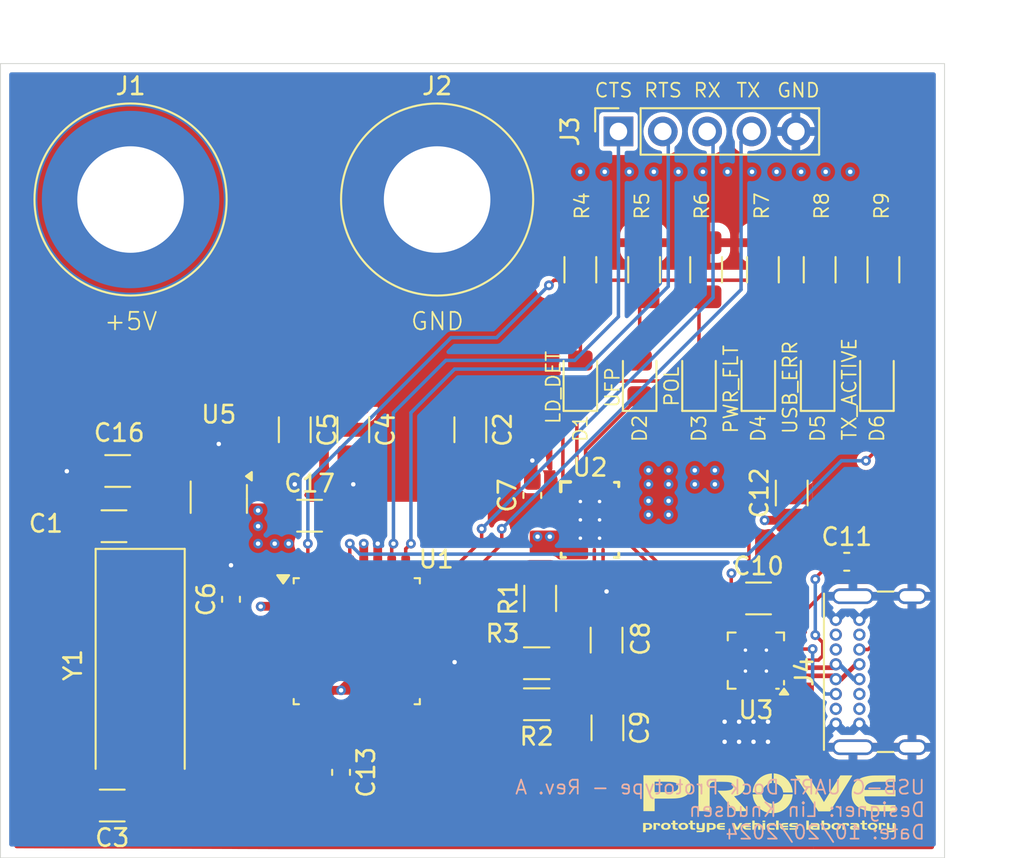
<source format=kicad_pcb>
(kicad_pcb (version 20240108) (generator "pcbnew") (generator_version "8.0")
  (layers (0 "F.Cu" signal) (1 "In1.Cu" signal) (2 "In2.Cu" signal) (31 "B.Cu" signal) (34 "B.Paste" user) (35 "F.Paste" user) (36 "B.SilkS" user "B.Silkscreen") (37 "F.SilkS" user "F.Silkscreen") (38 "B.Mask" user) (39 "F.Mask" user) (44 "Edge.Cuts" user))
  (net 0 "")
  (net 1 "GND")
  (net 2 "+5V")
  (net 3 "+1.8 V")
  (net 4 "/USB_D-")
  (net 5 "/USB_D+")
  (net 6 "+3.3V")
  (net 7 "Net-(U3-VBIAS)")
  (net 8 "Net-(D1-A)")
  (net 9 "/nLD_DET")
  (net 10 "/nUFP")
  (net 11 "Net-(D2-A)")
  (net 12 "Net-(D3-A)")
  (net 13 "/nPOL")
  (net 14 "Net-(D4-A)")
  (net 15 "/nPWR_FLT")
  (net 16 "Net-(D5-A)")
  (net 17 "/nUSB_ERROR")
  (net 18 "Net-(D6-A)")
  (net 19 "/TX_ACTIVE")
  (net 20 "/UART_TX")
  (net 21 "/RTS")
  (net 22 "/CTS")
  (net 23 "/UART_RX")
  (net 24 "/CONN_USB_CC1")
  (net 25 "/CONN_USB_D-")
  (net 26 "/CONN_USB_D+")
  (net 29 "/CONN_USB_CC2")
  (net 30 "Net-(U2-REF_RTN)")
  (net 31 "Net-(U2-REF)")
  (net 32 "/FT_USB_D+")
  (net 33 "/FT_USB_D-")
  (net 41 "/USB_CC2")
  (net 42 "/USB_CC1")
  (net 45 "/XTIN")
  (net 46 "/XTOUT")
  (net 47 "+VUSB")
  (footprint "Resistor_SMD:R_1206_3216Metric_Pad1.30x1.75mm_HandSolder" (layer "F.Cu") (at 161.9 71.31 -90)
    (property "Reference" "R8")
    (property "Value" "2.2k")
  )
  (footprint "Package_TO_SOT_SMD:SOT-23-5_HandSoldering" (layer "F.Cu") (at 127.5 84.3375 -90)
    (property "Reference" "U5")
    (property "Value" "LP5907MFX-3.3/NOPB")
  )
  (footprint "Capacitor_SMD:C_1206_3216Metric_Pad1.33x1.80mm_HandSolder" (layer "F.Cu") (at 158.4 90.1375)
    (property "Reference" "C10")
    (property "Value" "1u")
  )
  (footprint "Capacitor_SMD:C_1206_3216Metric_Pad1.33x1.80mm_HandSolder" (layer "F.Cu") (at 149.7 92.525 90)
    (property "Reference" "C8")
    (property "Value" "47p")
  )
  (footprint "Capacitor_SMD:C_1206_3216Metric_Pad1.33x1.80mm_HandSolder" (layer "F.Cu") (at 135.2 80.475 -90)
    (property "Reference" "C4")
    (property "Value" "47u")
  )
  (footprint "Connector:Banana_Jack_1Pin" (layer "F.Cu") (at 122.45 67.2875)
    (property "Reference" "J1")
    (property "Value" "Conn_01x01")
  )
  (footprint "Connector_USB:USB_C_Receptacle_GCT_USB4085" (layer "F.Cu") (at 162.825 97.3125 90)
    (property "Reference" "J4")
    (property "Value" "USB4085-GF-A")
  )
  (footprint "Capacitor_SMD:C_1206_3216Metric_Pad1.33x1.80mm_HandSolder" (layer "F.Cu") (at 121.5 86 180)
    (property "Reference" "C1")
    (property "Value" "47p")
  )
  (footprint "LED_SMD:LED_0805_2012Metric_Pad1.15x1.40mm_HandSolder" (layer "F.Cu") (at 158.388 77.535 90)
    (property "Reference" "D4")
    (property "Value" "LED_RED")
  )
  (footprint "Capacitor_SMD:C_1206_3216Metric_Pad1.33x1.80mm_HandSolder" (layer "F.Cu") (at 149.75 97.55 -90)
    (property "Reference" "C9")
    (property "Value" "47p")
  )
  (footprint "Resistor_SMD:R_1206_3216Metric_Pad1.30x1.75mm_HandSolder" (layer "F.Cu") (at 158.65 71.31 -90)
    (property "Reference" "R7")
    (property "Value" "2.2k")
  )
  (footprint "Resistor_SMD:R_1206_3216Metric_Pad1.30x1.75mm_HandSolder" (layer "F.Cu") (at 151.85 71.31 -90)
    (property "Reference" "R5")
    (property "Value" "2.2k")
  )
  (footprint "Connector:Banana_Jack_1Pin" (layer "F.Cu") (at 140 67.2875)
    (property "Reference" "J2")
    (property "Value" "Conn_01x01")
  )
  (footprint "Resistor_SMD:R_1206_3216Metric_Pad1.30x1.75mm_HandSolder" (layer "F.Cu") (at 148.2 71.31 -90)
    (property "Reference" "R4")
    (property "Value" "2.2k")
  )
  (footprint "Resistor_SMD:R_1206_3216Metric_Pad1.30x1.75mm_HandSolder" (layer "F.Cu") (at 155.4 71.31 -90)
    (property "Reference" "R6")
    (property "Value" "2.2k")
  )
  (footprint "LED_SMD:LED_0805_2012Metric_Pad1.15x1.40mm_HandSolder" (layer "F.Cu") (at 148.2 77.535 90)
    (property "Reference" "D1")
    (property "Value" "LED_GREEN")
  )
  (footprint "LED_SMD:LED_0805_2012Metric_Pad1.15x1.40mm_HandSolder" (layer "F.Cu") (at 161.784 77.535 90)
    (property "Reference" "D5")
    (property "Value" "LED_RED")
  )
  (footprint "Capacitor_SMD:C_1206_3216Metric_Pad1.33x1.80mm_HandSolder" (layer "F.Cu") (at 160.3 84.1 90)
    (property "Reference" "C12")
    (property "Value" "10u")
  )
  (footprint "Capacitor_SMD:C_1206_3216Metric_Pad1.33x1.80mm_HandSolder" (layer "F.Cu") (at 121.7125 82.8375 180)
    (property "Reference" "C16")
    (property "Value" "1u")
  )
  (footprint "LED_SMD:LED_0805_2012Metric_Pad1.15x1.40mm_HandSolder" (layer "F.Cu") (at 151.596 77.535 90)
    (property "Reference" "D2")
    (property "Value" "LED_GREEN")
  )
  (footprint "Capacitor_SMD:C_0603_1608Metric_Pad1.08x0.95mm_HandSolder" (layer "F.Cu") (at 134.5 100.1 -90)
    (property "Reference" "C13")
    (property "Value" "0.1u")
  )
  (footprint "Capacitor_SMD:C_1206_3216Metric_Pad1.33x1.80mm_HandSolder" (layer "F.Cu") (at 132.7 85.4)
    (property "Reference" "C17")
    (property "Value" "1u")
  )
  (footprint "Resistor_SMD:R_1206_3216Metric_Pad1.30x1.75mm_HandSolder" (layer "F.Cu") (at 165.55 71.31 -90)
    (property "Reference" "R9")
    (property "Value" "2.2k")
  )
  (footprint "LED_SMD:LED_0805_2012Metric_Pad1.15x1.40mm_HandSolder" (layer "F.Cu") (at 154.992 77.535 90)
    (property "Reference" "D3")
    (property "Value" "LED_GREEN")
  )
  (footprint "Capacitor_SMD:C_1206_3216Metric_Pad1.33x1.80mm_HandSolder" (layer "F.Cu") (at 131.85 80.475 -90)
    (property "Reference" "C5")
    (property "Value" "47u")
  )
  (footprint "Resistor_SMD:R_1206_3216Metric_Pad1.30x1.75mm_HandSolder" (layer "F.Cu") (at 145.7 93.85)
    (property "Reference" "R3")
    (property "Value" "16")
  )
  (footprint "Package_QFP:LQFP-32_7x7mm_P0.8mm" (layer "F.Cu") (at 135.4 92.5875)
    (property "Reference" "U1")
    (property "Value" "FT312D")
  )
  (footprint "Capacitor_SMD:C_0603_1608Metric_Pad1.08x0.95mm_HandSolder" (layer "F.Cu") (at 145.45 84.2375 90)
    (property "Reference" "C7")
    (property "Value" "0.1u")
  )
  (footprint "Capacitor_SMD:C_1206_3216Metric_Pad1.33x1.80mm_HandSolder" (layer "F.Cu") (at 121.4 102 180)
    (property "Reference" "C3")
    (property "Value" "47p")
  )
  (footprint "Resistor_SMD:R_1206_3216Metric_Pad1.30x1.75mm_HandSolder" (layer "F.Cu") (at 145.7 96.2)
    (property "Reference" "R2")
    (property "Value" "16")
  )
  (footprint "Package_DFN_QFN:WQFN-20-1EP_3x3mm_P0.4mm_EP1.7x1.7mm_ThermalVias" (layer "F.Cu") (at 158.25 93.7 180)
    (property "Reference" "U3")
    (property "Value" "TPD6S300A")
  )
  (footprint "Crystal:Crystal_SMD_HC49-SD" (layer "F.Cu") (at 123 94 -90)
    (property "Reference" "Y1")
    (property "Value" "12 MHz")
  )
  (footprint "Connector_PinSocket_2.54mm:PinSocket_1x05_P2.54mm_Vertical" (layer "F.Cu") (at 150.38 63.3875 90)
    (property "Reference" "J3")
    (property "Value" "Conn_01x05_Socket")
  )
  (footprint "Capacitor_SMD:C_0603_1608Metric_Pad1.08x0.95mm_HandSolder" (layer "F.Cu") (at 163.45 88.0375)
    (property "Reference" "C11")
    (property "Value" "0.1u")
  )
  (footprint "LED_SMD:LED_0805_2012Metric_Pad1.15x1.40mm_HandSolder" (layer "F.Cu") (at 165.18 77.535 90)
    (property "Reference" "D6")
    (property "Value" "LED_GREEN")
  )
  (footprint "PROVE:PROVE-logo" (layer "F.Cu") (at 159 102)
    (property "Reference" "G***" (hide yes))
    (property "Value" "LOGO" (hide yes))
  )
  (footprint "Capacitor_SMD:C_1206_3216Metric_Pad1.33x1.80mm_HandSolder" (layer "F.Cu") (at 141.9 80.475 -90)
    (property "Reference" "C2")
    (property "Value" "47u")
  )
  (footprint "Resistor_SMD:R_1206_3216Metric_Pad1.30x1.75mm_HandSolder" (layer "F.Cu") (at 145.9 90.1375 90)
    (property "Reference" "R1")
    (property "Value" "100k")
  )
  (footprint "Capacitor_SMD:C_0603_1608Metric_Pad1.08x0.95mm_HandSolder" (layer "F.Cu") (at 128.2 90.1875 90)
    (property "Reference" "C6")
    (property "Value" "0.1u")
  )
  (footprint "PROVE:WQFN-20-3x4mm" (layer "F.Cu") (at 148.749999 85.637501)
    (property "Reference" "U2")
    (property "Value" "TPS25810")
  )
  (gr_rect (start 115 59.5) (end 169.05 105) (stroke (width 0.05)) (fill none) (layer "Edge.Cuts"))
  (gr_text "USB-C UART Dock Prototype - Rev. A\nDesigner: Lin Knudsen\nDate: 10/20/2024" (at 168 104 -0) (layer "B.SilkS") (effects (font (size 0.8 0.8) (thickness 0.1)) (justify left bottom mirror)))
  (gr_text "TX" (at 157.067262 61.5 0) (layer "F.SilkS") (effects (font (size 0.8 0.8) (thickness 0.1)) (justify left bottom)))
  (gr_text "CTS" (at 148.95 61.5 0) (layer "F.SilkS") (effects (font (size 0.8 0.8) (thickness 0.1)) (justify left bottom)))
  (gr_text "LD_DET" (at 146.65 78.05 90) (layer "F.SilkS") (effects (font (size 0.8 0.8) (thickness 0.1))))
  (gr_text "USB_ERR" (at 160.21 78.05 90) (layer "F.SilkS") (effects (font (size 0.8 0.8) (thickness 0.1))))
  (gr_text "+5V" (at 120.876191 74.85 0) (layer "F.SilkS") (effects (font (size 1 1) (thickness 0.1)) (justify left bottom)))
  (gr_text "RTS" (at 151.782738 61.5 0) (layer "F.SilkS") (effects (font (size 0.8 0.8) (thickness 0.1)) (justify left bottom)))
  (gr_text "UFP" (at 150.04 78.05 90) (layer "F.SilkS") (effects (font (size 0.8 0.8) (thickness 0.1))))
  (gr_text "POL" (at 153.43 78 90) (layer "F.SilkS") (effects (font (size 0.8 0.8) (thickness 0.1))))
  (gr_text "TX_ACTIVE" (at 163.6 78.15 90) (layer "F.SilkS") (effects (font (size 0.8 0.8) (thickness 0.1))))
  (gr_text "GND" (at 138.426191 74.85 0) (layer "F.SilkS") (effects (font (size 1 1) (thickness 0.1)) (justify left bottom)))
  (gr_text "PWR_FLT" (at 156.82 78.15 90) (layer "F.SilkS") (effects (font (size 0.8 0.8) (thickness 0.1))))
  (gr_text "RX" (at 154.615476 61.5 0) (layer "F.SilkS") (effects (font (size 0.8 0.8) (thickness 0.1)) (justify left bottom)))
  (gr_text "GND" (at 159.4 61.5 0) (layer "F.SilkS") (effects (font (size 0.8 0.8) (thickness 0.1)) (justify left bottom)))
  (segment (start 156.7875 93.7) (end 158.25 93.7) (width 0.2) (layer "F.Cu") (net 1))
  (segment (start 139.575 93.7875) (end 141 93.7875) (width 0.5) (layer "F.Cu") (net 1))
  (segment (start 120.15 82.8375) (end 118.8125 82.8375) (width 0.5) (layer "F.Cu") (net 1))
  (segment (start 131.85 82.0375) (end 131.85 83.6) (width 0.5) (layer "F.Cu") (net 1))
  (segment (start 145.45 83.375) (end 145.45 82.2375) (width 0.6) (layer "F.Cu") (net 1))
  (segment (start 127.5 82.9875) (end 127.5 81.2875) (width 0.6) (layer "F.Cu") (net 1))
  (segment (start 145.25 82.0375) (end 145.45 82.2375) (width 0.5) (layer "F.Cu") (net 1))
  (segment (start 135.2 82.0375) (end 135.2 83.6) (width 0.5) (layer "F.Cu") (net 1))
  (segment (start 118.8125 82.8375) (end 118.8 82.85) (width 0.5) (layer "F.Cu") (net 1))
  (segment (start 134.2625 85.4) (end 134.2625 84.5375) (width 0.5) (layer "F.Cu") (net 1))
  (segment (start 141.9 82.0375) (end 145.25 82.0375) (width 0.5) (layer "F.Cu") (net 1))
  (segment (start 128.2 89.325) (end 128.2 88.2375) (width 0.5) (layer "F.Cu") (net 1))
  (segment (start 136.6 88.4125) (end 136.6 87) (width 0.5) (layer "F.Cu") (net 1))
  (segment (start 131.225 89.7875) (end 128.6625 89.7875) (width 0.5) (layer "F.Cu") (net 1))
  (segment (start 128.6625 89.7875) (end 128.2 89.325) (width 0.5) (layer "F.Cu") (net 1))
  (segment (start 149.7 90.9625) (end 149.7 89.7375) (width 0.6) (layer "F.Cu") (net 1))
  (segment (start 134.2625 84.5375) (end 135.2 83.6) (width 0.5) (layer "F.Cu") (net 1))
  (segment (start 149.777816 86.387502) (end 149.552815 86.162501) (width 0.2) (layer "F.Cu") (net 1))
  (segment (start 150.149999 86.387502) (end 149.777816 86.387502) (width 0.2) (layer "F.Cu") (net 1))
  (via (at 158.113632 98.35) (size 0.5588) (drill 0.254) (layers "F.Cu" "B.Cu") (net 1))
  (via (at 118.8 82.85) (size 0.5588) (drill 0.254) (layers "F.Cu" "B.Cu") (net 1))
  (via (at 158.940905 97.2) (size 0.5588) (drill 0.254) (layers "F.Cu" "B.Cu") (net 1))
  (via (at 156.45909 97.2) (size 0.5588) (drill 0.254) (layers "F.Cu" "B.Cu") (net 1))
  (via (at 135.2 83.6) (size 0.5588) (drill 0.254) (layers "F.Cu" "B.Cu") (net 1))
  (via (at 156.45909 98.35) (size 0.5588) (drill 0.254) (layers "F.Cu" "B.Cu") (net 1))
  (via (at 158.113632 97.2) (size 0.5588) (drill 0.254) (layers "F.Cu" "B.Cu") (net 1))
  (via (at 141 93.7875) (size 0.5588) (drill 0.254) (layers "F.Cu" "B.Cu") (net 1))
  (via (at 128.2 88.2375) (size 0.5588) (drill 0.254) (layers "F.Cu" "B.Cu") (net 1))
  (via (at 149.7 89.7375) (size 0.5588) (drill 0.254) (layers "F.Cu" "B.Cu") (net 1))
  (via (at 157.286361 98.35) (size 0.5588) (drill 0.254) (layers "F.Cu" "B.Cu") (net 1))
  (via (at 127.5 81.2875) (size 0.5588) (drill 0.254) (layers "F.Cu" "B.Cu") (net 1))
  (via (at 131.85 83.6) (size 0.5588) (drill 0.254) (layers "F.Cu" "B.Cu") (net 1))
  (via (at 157.286361 97.2) (size 0.5588) (drill 0.254) (layers "F.Cu" "B.Cu") (net 1))
  (via (at 145.45 82.2375) (size 0.5588) (drill 0.254) (layers "F.Cu" "B.Cu") (net 1))
  (via (at 158.940905 98.35) (size 0.5588) (drill 0.254) (layers "F.Cu" "B.Cu") (net 1))
  (via (at 136.6 87) (size 0.5588) (drill 0.254) (layers "F.Cu" "B.Cu") (net 1))
  (segment (start 132.425 94.154138) (end 132.425 91.8125) (width 0.5) (layer "F.Cu") (net 3))
  (segment (start 131.225 94.5875) (end 131.991638 94.5875) (width 0.5) (layer "F.Cu") (net 3))
  (segment (start 132.425 91.8125) (end 132 91.3875) (width 0.5) (layer "F.Cu") (net 3))
  (segment (start 128.5375 91.3875) (end 128.2 91.05) (width 0.5) (layer "F.Cu") (net 3))
  (segment (start 131.225 91.3875) (end 128.5375 91.3875) (width 0.5) (layer "F.Cu") (net 3))
  (segment (start 132 91.3875) (end 131.225 91.3875) (width 0.5) (layer "F.Cu") (net 3))
  (segment (start 131.991638 94.5875) (end 132.425 94.154138) (width 0.5) (layer "F.Cu") (net 3))
  (segment (start 150.46545 94.85295) (end 154.8882 94.85295) (width 0.2667) (layer "F.Cu") (net 4))
  (segment (start 147.25 93.85) (end 149.4625 93.85) (width 0.2667) (layer "F.Cu") (net 4))
  (segment (start 154.8882 94.85295) (end 155.451825 94.289325) (width 0.2667) (layer "F.Cu") (net 4))
  (segment (start 149.7 94.0875) (end 150.46545 94.85295) (width 0.2667) (layer "F.Cu") (net 4))
  (segment (start 156.7875 94.1) (end 155.64115 94.1) (width 0.2) (layer "F.Cu") (net 4))
  (segment (start 155.64115 94.1) (end 155.451825 94.289325) (width 0.2) (layer "F.Cu") (net 4))
  (segment (start 149.4625 93.85) (end 149.7 94.0875) (width 0.2667) (layer "F.Cu") (net 4))
  (segment (start 155.83385 94.5) (end 155.748175 94.585675) (width 0.2) (layer "F.Cu") (net 5))
  (segment (start 149.5375 96.2) (end 149.75 95.9875) (width 0.2667) (layer "F.Cu") (net 5))
  (segment (start 156.7875 94.5) (end 155.83385 94.5) (width 0.2) (layer "F.Cu") (net 5))
  (segment (start 155.0618 95.27205) (end 155.748175 94.585675) (width 0.2667) (layer "F.Cu") (net 5))
  (segment (start 149.75 95.9875) (end 150.46545 95.27205) (width 0.2667) (layer "F.Cu") (net 5))
  (segment (start 150.46545 95.27205) (end 155.0618 95.27205) (width 0.2667) (layer "F.Cu") (net 5))
  (segment (start 147.25 96.2) (end 149.5375 96.2) (width 0.2667) (layer "F.Cu") (net 5))
  (segment (start 157.45 90.75) (end 156.8375 90.1375) (width 0.2) (layer "F.Cu") (net 6))
  (segment (start 138.5125 91.3875) (end 139.575 91.3875) (width 0.5) (layer "F.Cu") (net 6))
  (segment (start 135.8 97.9375) (end 134.5 99.2375) (width 0.5) (layer "F.Cu") (net 6))
  (segment (start 135.8 95.995862) (end 135.8 96.7625) (width 0.5) (layer "F.Cu") (net 6))
  (segment (start 156.8375 90.1375) (end 156.8375 88.7125) (width 0.2) (layer "F.Cu") (net 6))
  (segment (start 135.8 96.7625) (end 135.8 97.9375) (width 0.5) (layer "F.Cu") (net 6))
  (segment (start 129.9125 90.5875) (end 129.9 90.6) (width 0.5) (layer "F.Cu") (net 6))
  (segment (start 132.6 97.95) (end 132.6 96.7625) (width 0.5) (layer "F.Cu") (net 6))
  (segment (start 133.4 96.7625) (end 133.4 95.995862) (width 0.5) (layer "F.Cu") (net 6))
  (segment (start 135.8 88.4125) (end 135.8 87) (width 0.5) (layer "F.Cu") (net 6))
  (segment (start 156.8375 88.7125) (end 156.85 88.7) (width 0.2) (layer "F.Cu") (net 6))
  (segment (start 133.4 98.1375) (end 132.7875 98.1375) (width 0.5) (layer "F.Cu") (net 6))
  (segment (start 135.204138 95.4) (end 135.8 95.995862) (width 0.5) (layer "F.Cu") (net 6))
  (segment (start 131.225 90.5875) (end 129.9125 90.5875) (width 0.5) (layer "F.Cu") (net 6))
  (segment (start 133.4 96.7625) (end 133.4 98.1375) (width 0.5) (layer "F.Cu") (net 6))
  (segment (start 157.45 92.2375) (end 157.45 90.75) (width 0.2) (layer "F.Cu") (net 6))
  (segment (start 133.995862 95.4) (end 134.5 95.4) (width 0.5) (layer "F.Cu") (net 6))
  (segment (start 133.4 95.995862) (end 133.995862 95.4) (width 0.5) (layer "F.Cu") (net 6))
  (segment (start 134.5 95.4) (end 135.204138 95.4) (width 0.5) (layer "F.Cu") (net 6))
  (segment (start 134.5 95.4) (end 138.5125 91.3875) (width 0.5) (layer "F.Cu") (net 6))
  (segment (start 133.4 98.1375) (end 134.5 99.2375) (width 0.5) (layer "F.Cu") (net 6))
  (segment (start 132.7875 98.1375) (end 132.6 97.95) (width 0.5) (layer "F.Cu") (net 6))
  (via (at 160.839086 65.7) (size 0.5588) (drill 0.254) (layers "F.Cu" "B.Cu") (net 6))
  (via (at 158.028178 65.7) (size 0.5588) (drill 0.254) (layers "F.Cu" "B.Cu") (net 6))
  (via (at 156.85 88.7) (size 0.5588) (drill 0.254) (layers "F.Cu" "B.Cu") (net 6))
  (via (at 129.75 85.1) (size 0.5588) (drill 0.254) (layers "F.Cu" "B.Cu") (net 6))
  (via (at 155.21727 65.7) (size 0.5588) (drill 0.254) (layers "F.Cu" "B.Cu") (net 6))
  (via (at 129.75 87) (size 0.5588) (drill 0.254) (layers "F.Cu" "B.Cu") (net 6))
  (via (at 130.7 87) (size 0.5588) (drill 0.254) (layers "F.Cu" "B.Cu") (net 6))
  (via (at 135.8 87) (size 0.5588) (drill 0.254) (layers "F.Cu" "B.Cu") (net 6))
  (via (at 162.24454 65.7) (size 0.5588) (drill 0.254) (layers "F.Cu" "B.Cu") (net 6))
  (via (at 131.5 87) (size 0.5588) (drill 0.254) (layers "F.Cu" "B.Cu") (net 6))
  (via (at 151.000908 65.7) (size 0.5588) (drill 0.254) (layers "F.Cu" "B.Cu") (net 6))
  (via (at 146.45 86.6) (size 0.5588) (drill 0.254) (layers "F.Cu" "B.Cu") (net 6))
  (via (at 159.433632 65.7) (size 0.5588) (drill 0.254) (layers "F.Cu" "B.Cu") (net 6))
  (via (at 145.75 86.6) (size 0.5588) (drill 0.254) (layers "F.Cu" "B.Cu") (net 6))
  (via (at 148.19 65.7) (size 0.5588) (drill 0.254) (layers "F.Cu" "B.Cu") (net 6))
  (via (at 149.595454 65.7) (size 0.5588) (drill 0.254) (layers "F.Cu" "B.Cu") (net 6))
  (via (at 156.622724 65.7) (size 0.5588) (drill 0.254) (layers "F.Cu" "B.Cu") (net 6))
  (via (at 129.75 86) (size 0.5588) (drill 0.254) (layers "F.Cu" "B.Cu") (net 6))
  (via (at 134.5 95.4) (size 0.5588) (drill 0.254) (layers "F.Cu" "B.Cu") (net 6))
  (via (at 152.406362 65.7) (size 0.5588) (drill 0.254) (layers "F.Cu" "B.Cu") (net 6))
  (via (at 163.65 65.7) (size 0.5588) (drill 0.254) (layers "F.Cu" "B.Cu") (net 6))
  (via (at 153.811816 65.7) (size 0.5588) (drill 0.254) (layers "F.Cu" "B.Cu") (net 6))
  (via (at 129.9 90.6) (size 0.5588) (drill 0.254) (layers "F.Cu" "B.Cu") (net 6))
  (segment (start 161.65 88.975) (end 162.5875 88.0375) (width 0.2) (layer "F.Cu") (net 7))
  (segment (start 161.668534 92.256034) (end 161.65 92.2375) (width 0.2) (layer "F.Cu") (net 7))
  (segment (start 160.7413 93.7) (end 160.7705 93.6708) (width 0.2) (layer "F.Cu") (net 7))
  (segment (start 161.687288 92.256034) (end 161.668534 92.256034) (width 0.2) (layer "F.Cu") (net 7))
  (segment (start 161.8292 93.6708) (end 162.0754 93.4246) (width 0.2) (layer "F.Cu") (net 7))
  (segment (start 162.0754 93.4246) (end 162.0754 92.6629) (width 0.2) (layer "F.Cu") (net 7))
  (segment (start 160.7705 93.6708) (end 161.8292 93.6708) (width 0.2) (layer "F.Cu") (net 7))
  (segment (start 159.7125 93.7) (end 160.7413 93.7) (width 0.2) (layer "F.Cu") (net 7))
  (segment (start 162.0754 92.6629) (end 161.65 92.2375) (width 0.2) (layer "F.Cu") (net 7))
  (segment (start 161.65 89.0375) (end 161.65 88.975) (width 0.2) (layer "F.Cu") (net 7))
  (via (at 161.65 89.0375) (size 0.5588) (drill 0.254) (layers "F.Cu" "B.Cu") (net 7))
  (via (at 161.65 92.2375) (size 0.5588) (drill 0.254) (layers "F.Cu" "B.Cu") (net 7))
  (segment (start 161.65 92.2375) (end 161.65 89.0375) (width 0.2) (layer "B.Cu") (net 7))
  (segment (start 148.2 76.51) (end 148.2 72.86) (width 0.2) (layer "F.Cu") (net 8))
  (segment (start 147.999998 83.737502) (end 147.999998 78.760002) (width 0.2) (layer "F.Cu") (net 9))
  (segment (start 147.999998 78.760002) (end 148.2 78.56) (width 0.2) (layer "F.Cu") (net 9))
  (segment (start 148.499999 81.656001) (end 151.596 78.56) (width 0.2) (layer "F.Cu") (net 10))
  (segment (start 148.499999 83.737502) (end 148.499999 81.656001) (width 0.2) (layer "F.Cu") (net 10))
  (segment (start 151.596 76.51) (end 151.596 73.114) (width 0.2) (layer "F.Cu") (net 11))
  (segment (start 151.596 73.114) (end 151.85 72.86) (width 0.2) (layer "F.Cu") (net 11))
  (segment (start 154.992 76.51) (end 154.992 73.268) (width 0.2) (layer "F.Cu") (net 12))
  (segment (start 155.4 76.5) (end 155.41 76.51) (width 0.2) (layer "F.Cu") (net 12))
  (segment (start 154.992 73.268) (end 155.4 72.86) (width 0.2) (layer "F.Cu") (net 12))
  (segment (start 153.677501 78.56) (end 154.992 78.56) (width 0.2) (layer "F.Cu") (net 13))
  (segment (start 148.999999 83.737502) (end 148.999999 83.237502) (width 0.2) (layer "F.Cu") (net 13))
  (segment (start 148.999999 83.237502) (end 153.677501 78.56) (width 0.2) (layer "F.Cu") (net 13))
  (segment (start 158.65 72.86) (end 158.65 76.248) (width 0.2) (layer "F.Cu") (net 14))
  (segment (start 158.65 76.248) (end 158.388 76.51) (width 0.2) (layer "F.Cu") (net 14))
  (segment (start 158.65 76.31) (end 158.45 76.51) (width 0.2) (layer "F.Cu") (net 14))
  (segment (start 147.2 78.000256) (end 147.515256 77.685) (width 0.2) (layer "F.Cu") (net 15))
  (segment (start 147.515256 77.685) (end 157.435 77.685) (width 0.2) (layer "F.Cu") (net 15))
  (segment (start 158.31 78.56) (end 158.388 78.56) (width 0.2) (layer "F.Cu") (net 15))
  (segment (start 157.85 92.2375) (end 157.85 85.883475) (width 0.2) (layer "F.Cu") (net 15))
  (segment (start 147.349999 84.387501) (end 147.2 84.237502) (width 0.2) (layer "F.Cu") (net 15))
  (segment (start 157.435 77.685) (end 158.31 78.56) (width 0.2) (layer "F.Cu") (net 15))
  (segment (start 157.85 85.883475) (end 157.846 85.879475) (width 0.2) (layer "F.Cu") (net 15))
  (segment (start 157.846 85.879475) (end 157.846 79.102) (width 0.2) (layer "F.Cu") (net 15))
  (segment (start 147.2 84.237502) (end 147.2 78.000256) (width 0.2) (layer "F.Cu") (net 15))
  (segment (start 157.846 79.102) (end 158.388 78.56) (width 0.2) (layer "F.Cu") (net 15))
  (segment (start 161.9 76.1) (end 161.49 76.51) (width 0.2) (layer "F.Cu") (net 16))
  (segment (start 161.9 72.86) (end 161.9 76.394) (width 0.2) (layer "F.Cu") (net 16))
  (segment (start 161.9 76.394) (end 161.784 76.51) (width 0.2) (layer "F.Cu") (net 16))
  (segment (start 146.4 72.2) (end 146.69 71.91) (width 0.2) (layer "F.Cu") (net 17))
  (segment (start 132.6 87) (end 132.6 88.4125) (width 0.2) (layer "F.Cu") (net 17))
  (segment (start 160.725 73.125256) (end 160.725 77.501) (width 0.2) (layer "F.Cu") (net 17))
  (segment (start 159.509744 71.91) (end 160.725 73.125256) (width 0.2) (layer "F.Cu") (net 17))
  (segment (start 146.69 71.91) (end 159.509744 71.91) (width 0.2) (layer "F.Cu") (net 17))
  (segment (start 160.725 77.501) (end 161.784 78.56) (width 0.2) (layer "F.Cu") (net 17))
  (via (at 146.4 72.2) (size 0.5588) (drill 0.254) (layers "F.Cu" "B.Cu") (net 17))
  (via (at 132.6 87) (size 0.5588) (drill 0.254) (layers "F.Cu" "B.Cu") (net 17))
  (segment (start 143.4 75.2) (end 140.8 75.2) (width 0.2) (layer "B.Cu") (net 17))
  (segment (start 146.4 72.2) (end 143.4 75.2) (width 0.2) (layer "B.Cu") (net 17))
  (segment (start 140.8 75.2) (end 132.6 83.4) (width 0.2) (layer "B.Cu") (net 17))
  (segment (start 132.6 83.4) (end 132.6 87) (width 0.2) (layer "B.Cu") (net 17))
  (segment (start 165.18 76.51) (end 165.18 73.23) (width 0.2) (layer "F.Cu") (net 18))
  (segment (start 165.18 73.23) (end 165.55 72.86) (width 0.2) (layer "F.Cu") (net 18))
  (segment (start 165.18 81.62) (end 164.55 82.25) (width 0.2) (layer "F.Cu") (net 19))
  (segment (start 135 87) (end 135 88.4125) (width 0.2) (layer "F.Cu") (net 19))
  (segment (start 165.18 78.56) (end 165.18 81.62) (width 0.2) (layer "F.Cu") (net 19))
  (segment (start 164.55 82.25) (end 164.53 82.23) (width 0.2) (layer "F.Cu") (net 19))
  (via (at 135 87) (size 0.5588) (drill 0.254) (layers "F.Cu" "B.Cu") (net 19))
  (via (at 164.55 82.25) (size 0.5588) (drill 0.254) (layers "F.Cu" "B.Cu") (net 19))
  (segment (start 135.580604 87.6) (end 135 87.019396) (width 0.2) (layer "B.Cu") (net 19))
  (segment (start 163.15 82.25) (end 157.8 87.6) (width 0.2) (layer "B.Cu") (net 19))
  (segment (start 157.8 87.6) (end 135.580604 87.6) (width 0.2) (layer "B.Cu") (net 19))
  (segment (start 164.55 82.25) (end 163.15 82.25) (width 0.2) (layer "B.Cu") (net 19))
  (segment (start 135 87.019396) (end 135 87) (width 0.2) (layer "B.Cu") (net 19))
  (segment (start 143.7 87.017006) (end 140.129506 90.5875) (width 0.2) (layer "F.Cu") (net 20))
  (segment (start 143.7 86.15) (end 143.7 87.017006) (width 0.2) (layer "F.Cu") (net 20))
  (segment (start 140.129506 90.5875) (end 139.575 90.5875) (width 0.2) (layer "F.Cu") (net 20))
  (via (at 143.7 86.15) (size 0.5588) (drill 0.254) (layers "F.Cu" "B.Cu") (net 20))
  (segment (start 143.7 86.15) (end 157.4 72.45) (width 0.2) (layer "B.Cu") (net 20))
  (segment (start 157.4 63.9875) (end 158 63.3875) (width 0.2) (layer "B.Cu") (net 20))
  (segment (start 157.4 72.45) (end 157.4 63.9875) (width 0.2) (layer "B.Cu") (net 20))
  (segment (start 138.2 88.4125) (end 138.2 87.3) (width 0.2) (layer "F.Cu") (net 21))
  (segment (start 138.2 87.3) (end 138.5 87) (width 0.2) (layer "F.Cu") (net 21))
  (via (at 138.5 87) (size 0.5588) (drill 0.254) (layers "F.Cu" "B.Cu") (net 21))
  (segment (start 138.5 87) (end 138.5 79.5) (width 0.2) (layer "B.Cu") (net 21))
  (segment (start 138.5 79.5) (end 141 77) (width 0.2) (layer "B.Cu") (net 21))
  (segment (start 153.232416 63.699916) (end 152.92 63.3875) (width 0.2) (layer "B.Cu") (net 21))
  (segment (start 153.232416 72.267584) (end 153.232416 63.699916) (width 0.2) (layer "B.Cu") (net 21))
  (segment (start 148.5 77) (end 153.232416 72.267584) (width 0.2) (layer "B.Cu") (net 21))
  (segment (start 141 77) (end 148.5 77) (width 0.2) (layer "B.Cu") (net 21))
  (segment (start 137.4 88.4125) (end 137.4 87.1) (width 0.2) (layer "F.Cu") (net 22))
  (segment (start 137.4 87.1) (end 137.5 87) (width 0.2) (layer "F.Cu") (net 22))
  (via (at 137.5 87) (size 0.5588) (drill 0.254) (layers "F.Cu" "B.Cu") (net 22))
  (segment (start 140.5 76.5) (end 147.88 76.5) (width 0.2) (layer "B.Cu") (net 22))
  (segment (start 137.5 79.5) (end 140.5 76.5) (width 0.2) (layer "B.Cu") (net 22))
  (segment (start 137.5 87) (end 137.5 79.5) (width 0.2) (layer "B.Cu") (net 22))
  (segment (start 147.88 76.5) (end 150.38 74) (width 0.2) (layer "B.Cu") (net 22))
  (segment (start 150.38 74) (end 150.38 63.3875) (width 0.2) (layer "B.Cu") (net 22))
  (segment (start 142.55 86.8125) (end 139.575 89.7875) (width 0.2) (layer "F.Cu") (net 23))
  (segment (start 142.55 86.15) (end 142.55 86.8125) (width 0.2) (layer "F.Cu") (net 23))
  (via (at 142.55 86.15) (size 0.5588) (drill 0.254) (layers "F.Cu" "B.Cu") (net 23))
  (segment (start 155.79667 63.72417) (end 155.46 63.3875) (width 0.2) (layer "B.Cu") (net 23))
  (segment (start 142.55 86.15) (end 155.79667 72.90333) (width 0.2) (layer "B.Cu") (net 23))
  (segment (start 155.79667 72.90333) (end 155.79667 63.72417) (width 0.2) (layer "B.Cu") (net 23))
  (segment (start 159.7125 93.3) (end 160.575615 93.3) (width 0.2) (layer "F.Cu") (net 24))
  (segment (start 161.45 93.0375) (end 161.496 93.0375) (width 0.2) (layer "F.Cu") (net 24))
  (segment (start 160.838115 93.0375) (end 161.35 93.0375) (width 0.2) (layer "F.Cu") (net 24))
  (segment (start 160.575615 93.3) (end 160.838115 93.0375) (width 0.2) (layer "F.Cu") (net 24))
  (segment (start 161.35 93.0375) (end 161.45 93.0375) (width 0.2) (layer "F.Cu") (net 24))
  (via (at 161.496 93.0375) (size 0.5588) (drill 0.254) (layers "F.Cu" "B.Cu") (net 24))
  (segment (start 161.496 94.8835) (end 162.225 95.6125) (width 0.2) (layer "B.Cu") (net 24))
  (segment (start 162.225 95.6125) (end 162.825 95.6125) (width 0.2) (layer "B.Cu") (net 24))
  (segment (start 161.496 93.0375) (end 161.496 94.8835) (width 0.2) (layer "B.Cu") (net 24))
  (segment (start 162.825 93.9125) (end 162.63335 94.10415) (width 0.2667) (layer "F.Cu") (net 25))
  (segment (start 159.7125 94.1) (end 160.94585 94.1) (width 0.2) (layer "F.Cu") (net 25))
  (segment (start 162.63335 94.10415) (end 160.95 94.10415) (width 0.2667) (layer "F.Cu") (net 25))
  (segment (start 160.94585 94.1) (end 160.95 94.10415) (width 0.2) (layer "F.Cu") (net 25))
  (segment (start 163.867771 94.7625) (end 164.175 94.7625) (width 0.2667) (layer "B.Cu") (net 25))
  (segment (start 163.017771 93.9125) (end 163.867771 94.7625) (width 0.2667) (layer "B.Cu") (net 25))
  (segment (start 162.825 93.9125) (end 163.017771 93.9125) (width 0.2667) (layer "B.Cu") (net 25))
  (segment (start 163.982229 93.9125) (end 164.175 93.9125) (width 0.2667) (layer "F.Cu") (net 26))
  (segment (start 159.78335 94.57085) (end 160.95 94.57085) (width 0.2) (layer "F.Cu") (net 26))
  (segment (start 162.63335 94.57085) (end 160.95 94.57085) (width 0.2667) (layer "F.Cu") (net 26))
  (segment (start 163.132229 94.7625) (end 163.982229 93.9125) (width 0.2667) (layer "F.Cu") (net 26))
  (segment (start 162.825 94.7625) (end 163.132229 94.7625) (width 0.2667) (layer "F.Cu") (net 26))
  (segment (start 159.7125 94.5) (end 159.78335 94.57085) (width 0.2) (layer "F.Cu") (net 26))
  (segment (start 162.825 94.7625) (end 162.63335 94.57085) (width 0.2667) (layer "F.Cu") (net 26))
  (segment (start 161.069485 92.069485) (end 161.069485 90.860987) (width 0.2) (layer "F.Cu") (net 29))
  (segment (start 164.669974 93.0625) (end 164.175 93.0625) (width 0.2) (layer "F.Cu") (net 29))
  (segment (start 161.069485 90.860987) (end 162.721972 89.2085) (width 0.2) (layer "F.Cu") (net 29))
  (segment (start 165.359 89.659) (end 165.359 92.373474) (width 0.2) (layer "F.Cu") (net 29))
  (segment (start 165.359 92.373474) (end 164.669974 93.0625) (width 0.2) (layer "F.Cu") (net 29))
  (segment (start 162.721972 89.2085) (end 164.9085 89.2085) (width 0.2) (layer "F.Cu") (net 29))
  (segment (start 160.238971 92.9) (end 159.7125 92.9) (width 0.2) (layer "F.Cu") (net 29))
  (segment (start 164.9085 89.2085) (end 165.359 89.659) (width 0.2) (layer "F.Cu") (net 29))
  (segment (start 161.069485 92.069485) (end 160.238971 92.9) (width 0.2) (layer "F.Cu") (net 29))
  (segment (start 148.449999 88.5875) (end 145.9 88.5875) (width 0.2) (layer "F.Cu") (net 30))
  (segment (start 148.999999 88.0375) (end 148.999999 87.5375) (width 0.2) (layer "F.Cu") (net 30))
  (segment (start 148.449999 88.5875) (end 148.999999 88.0375) (width 0.2) (layer "F.Cu") (net 30))
  (segment (start 148.65 88.9375) (end 149.1 88.9375) (width 0.2) (layer "F.Cu") (net 31))
  (segment (start 149.5 88.5375) (end 149.5 87.5375) (width 0.2) (layer "F.Cu") (net 31))
  (segment (start 145.9 91.6875) (end 148.65 88.9375) (width 0.2) (layer "F.Cu") (net 31))
  (segment (start 149.1 88.9375) (end 149.5 88.5375) (width 0.2) (layer "F.Cu") (net 31))
  (segment (start 140.65013 95.3875) (end 139.575 95.3875) (width 0.2667) (layer "F.Cu") (net 32))
  (segment (start 144.15 96.2) (end 142.837499 96.2) (width 0.2667) (layer "F.Cu") (net 32))
  (segment (start 142.837499 96.2) (end 141.872049 95.23455) (width 0.2667) (layer "F.Cu") (net 32))
  (segment (start 140.80308 95.23455) (end 140.65013 95.3875) (width 0.2667) (layer "F.Cu") (net 32))
  (segment (start 141.872049 95.23455) (end 140.80308 95.23455) (width 0.2667) (layer "F.Cu") (net 32))
  (segment (start 140.57513 94.5875) (end 139.575 94.5875) (width 0.2667) (layer "F.Cu") (net 33))
  (segment (start 140.80308 94.81545) (end 140.57513 94.5875) (width 0.2667) (layer "F.Cu") (net 33))
  (segment (start 141.872049 94.81545) (end 140.80308 94.81545) (width 0.2667) (layer "F.Cu") (net 33))
  (segment (start 142.837499 93.85) (end 141.872049 94.81545) (width 0.2667) (layer "F.Cu") (net 33))
  (segment (start 144.15 93.85) (end 142.837499 93.85) (width 0.2667) (layer "F.Cu") (net 33))
  (segment (start 153.879871 90.901231) (end 153.879871 89.907627) (width 0.2) (layer "F.Cu") (net 41))
  (segment (start 150.859745 86.887501) (end 150.149999 86.887501) (width 0.2) (layer "F.Cu") (net 41))
  (segment (start 156.7875 93.3) (end 156.27864 93.3) (width 0.2) (layer "F.Cu") (net 41))
  (segment (start 156.27864 93.3) (end 153.879871 90.901231) (width 0.2) (layer "F.Cu") (net 41))
  (segment (start 153.879871 89.907627) (end 150.859745 86.887501) (width 0.2) (layer "F.Cu") (net 41))
  (segment (start 150.42543 85.887501) (end 150.149999 85.887501) (width 0.2) (layer "F.Cu") (net 42))
  (segment (start 156.7875 92.249571) (end 150.42543 85.887501) (width 0.2) (layer "F.Cu") (net 42))
  (segment (start 156.7875 92.9) (end 156.7875 92.249571) (width 0.2) (layer "F.Cu") (net 42))
  (segment (start 123.0625 89.6875) (end 123 89.75) (width 0.5) (layer "F.Cu") (net 45))
  (segment (start 131.225 92.1875) (end 125.4375 92.1875) (width 0.5) (layer "F.Cu") (net 45))
  (segment (start 125.4375 92.1875) (end 123 89.75) (width 0.5) (layer "F.Cu") (net 45))
  (segment (start 123.0625 86) (end 123.0625 89.6875) (width 0.5) (layer "F.Cu") (net 45))
  (segment (start 122.9625 98.2875) (end 123 98.25) (width 0.5) (layer "F.Cu") (net 46))
  (segment (start 122.9625 102) (end 122.9625 98.2875) (width 0.5) (layer "F.Cu") (net 46))
  (segment (start 123 98.25) (end 123 97) (width 0.5) (layer "F.Cu") (net 46))
  (segment (start 128.2625 92.9875) (end 123 98.25) (width 0.5) (layer "F.Cu") (net 46))
  (segment (start 131.225 92.9875) (end 128.2625 92.9875) (width 0.5) (layer "F.Cu") (net 46))
  (segment (start 158.75 85.6625) (end 160.3 85.6625) (width 0.5) (layer "F.Cu") (net 47))
  (via (at 152.1 82.8) (size 0.5588) (drill 0.254) (layers "F.Cu" "B.Cu") (net 47))
  (via (at 153.25 82.8) (size 0.5588) (drill 0.254) (layers "F.Cu" "B.Cu") (net 47))
  (via (at 154.75 83.6) (size 0.5588) (drill 0.254) (layers "F.Cu" "B.Cu") (net 47))
  (via (at 153.25 83.6) (size 0.5588) (drill 0.254) (layers "F.Cu" "B.Cu") (net 47))
  (via (at 152.1 83.6) (size 0.5588) (drill 0.254) (layers "F.Cu" "B.Cu") (net 47))
  (via (at 152.1 85.35) (size 0.5588) (drill 0.254) (layers "F.Cu" "B.Cu") (net 47))
  (via (at 155.9 82.8) (size 0.5588) (drill 0.254) (layers "F.Cu" "B.Cu") (net 47))
  (via (at 154.75 82.8) (size 0.5588) (drill 0.254) (layers "F.Cu" "B.Cu") (net 47))
  (via (at 152.1 84.55) (size 0.5588) (drill 0.254) (layers "F.Cu" "B.Cu") (net 47))
  (via (at 153.25 85.35) (size 0.5588) (drill 0.254) (layers "F.Cu" "B.Cu") (net 47))
  (via (at 155.9 83.6) (size 0.5588) (drill 0.254) (layers "F.Cu" "B.Cu") (net 47))
  (via (at 153.25 84.55) (size 0.5588) (drill 0.254) (layers "F.Cu" "B.Cu") (net 47))
  (via (at 158.75 85.6625) (size 0.5588) (drill 0.254) (layers "F.Cu" "B.Cu") (net 47))
  (zone (net 1) (net_name "GND") (layer "F.Cu") (priority 4) (connect_pads (clearance 0.254)) (min_thickness 0.25) (fill yes (thermal_gap 0.5) (thermal_bridge_width 0.5))
    (polygon (pts (xy 161.55 104.6) (xy 161.6 80.55) (xy 157.25 80.55) (xy 157.25 85.6) (xy 154.35 85.6) (xy 154.35 95.95) (xy 152.55 97.5) (xy 139.75 97.5) (xy 139.75 96) (xy 136.75 96) (xy 131.8 95.9) (xy 131.85 92.65) (xy 129.4 92.6) (xy 120.85 92.6) (xy 120.8 84.75) (xy 115.8 84.75) (xy 115.8 104.45)))
  )
  (zone (net 6) (net_name "+3.3V") (layer "F.Cu") (priority 2) (connect_pads yes (clearance 0.5)) (min_thickness 0.25) (fill yes (thermal_gap 0.5) (thermal_bridge_width 0.5))
    (polygon (pts (xy 128 84.7) (xy 132.2 84.7) (xy 132.2 87.75) (xy 128 87.75)))
  )
  (zone (net 47) (net_name "+VUSB") (layer "F.Cu") (priority 10) (connect_pads yes (clearance 0.254)) (min_thickness 0.25) (fill yes (thermal_gap 0.5) (thermal_bridge_width 0.5))
    (polygon (pts (xy 149.75 84.7) (xy 149.75 85.65) (xy 151.05 85.95) (xy 151.65 85.95) (xy 153.85 85.95) (xy 153.85 81.9) (xy 151.05 81.9) (xy 150.7 83.9)))
  )
  (zone (net 1) (net_name "GND") (layer "F.Cu") (priority 5) (connect_pads (clearance 0.254)) (min_thickness 0.25) (fill yes (thermal_gap 0.5) (thermal_bridge_width 0.5))
    (polygon (pts (xy 161.5 80.5) (xy 168.45 80.55) (xy 168.45 104.6) (xy 161.55 104.6) (xy 161.55 98.1) (xy 165.95 98.1) (xy 165.9 89.1) (xy 162.1 89.15) (xy 161.45 88)))
  )
  (zone (net 47) (net_name "+VUSB") (layer "F.Cu") (priority 12) (connect_pads (clearance 0.254)) (min_thickness 0.25) (fill yes (thermal_gap 0.5) (thermal_bridge_width 0.5))
    (polygon (pts (xy 153.85 81.9) (xy 157 81.9) (xy 157 85.3) (xy 153.85 85.25)))
  )
  (zone (net 6) (net_name "+3.3V") (layer "F.Cu") (priority 1) (connect_pads (clearance 0.5)) (min_thickness 0.25) (fill yes (thermal_gap 0.5) (thermal_bridge_width 0.5))
    (polygon (pts (xy 147.1 60.2) (xy 168.4 60.2) (xy 168.4 71.3) (xy 147.1 71.4)))
  )
  (zone (net 6) (net_name "+3.3V") (layer "F.Cu") (priority 7) (connect_pads yes (clearance 0.254)) (min_thickness 0.25) (fill yes (thermal_gap 0.5) (thermal_bridge_width 0.5))
    (polygon (pts (xy 145.3 86.25) (xy 145.3 87.55) (xy 147 87.9) (xy 148.75 87.9) (xy 148.75 87.1) (xy 147.85 87.1) (xy 147.85 86.25)))
  )
  (zone (net 2) (net_name "+5V") (layer "F.Cu") (connect_pads (clearance 0.5)) (min_thickness 0.25) (fill yes (thermal_gap 0.5) (thermal_bridge_width 0.5))
    (polygon (pts (xy 115.8 84.6) (xy 143.4 84.6) (xy 144.7 83.65) (xy 146.55 83.7) (xy 146.8 83.7) (xy 147.15 83.7) (xy 147.1 60.2) (xy 115.825 60.2)))
  )
  (zone (net 2) (net_name "+5V") (layer "F.Cu") (priority 3) (connect_pads yes (clearance 0.1524)) (min_thickness 0.25) (fill yes (thermal_gap 0.5) (thermal_bridge_width 0.5))
    (polygon (pts (xy 147.75 86.2) (xy 146.75 82.8) (xy 142.9 82.8) (xy 142.9 86.25)))
  )
  (zone (net 1) (net_name "GND") (layer "B.Cu") (priority 9) (connect_pads (clearance 0.254)) (min_thickness 0.25) (fill yes (thermal_gap 0.254) (thermal_bridge_width 0.5))
    (polygon (pts (xy 115.45 59.85) (xy 115.45 104.35) (xy 168.7 104.35) (xy 168.7 59.9)))
  )
)
</source>
